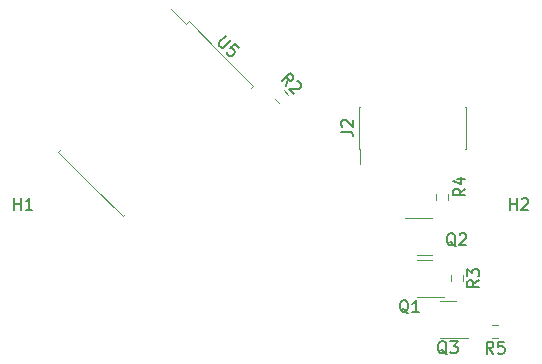
<source format=gbr>
%TF.GenerationSoftware,KiCad,Pcbnew,8.0.5*%
%TF.CreationDate,2025-04-26T14:04:23+02:00*%
%TF.ProjectId,vlvts_top,766c7674-735f-4746-9f70-2e6b69636164,rev?*%
%TF.SameCoordinates,Original*%
%TF.FileFunction,Legend,Top*%
%TF.FilePolarity,Positive*%
%FSLAX46Y46*%
G04 Gerber Fmt 4.6, Leading zero omitted, Abs format (unit mm)*
G04 Created by KiCad (PCBNEW 8.0.5) date 2025-04-26 14:04:23*
%MOMM*%
%LPD*%
G01*
G04 APERTURE LIST*
%ADD10C,0.150000*%
%ADD11C,0.120000*%
G04 APERTURE END LIST*
D10*
X96634819Y-102916666D02*
X96158628Y-103249999D01*
X96634819Y-103488094D02*
X95634819Y-103488094D01*
X95634819Y-103488094D02*
X95634819Y-103107142D01*
X95634819Y-103107142D02*
X95682438Y-103011904D01*
X95682438Y-103011904D02*
X95730057Y-102964285D01*
X95730057Y-102964285D02*
X95825295Y-102916666D01*
X95825295Y-102916666D02*
X95968152Y-102916666D01*
X95968152Y-102916666D02*
X96063390Y-102964285D01*
X96063390Y-102964285D02*
X96111009Y-103011904D01*
X96111009Y-103011904D02*
X96158628Y-103107142D01*
X96158628Y-103107142D02*
X96158628Y-103488094D01*
X95634819Y-102583332D02*
X95634819Y-101964285D01*
X95634819Y-101964285D02*
X96015771Y-102297618D01*
X96015771Y-102297618D02*
X96015771Y-102154761D01*
X96015771Y-102154761D02*
X96063390Y-102059523D01*
X96063390Y-102059523D02*
X96111009Y-102011904D01*
X96111009Y-102011904D02*
X96206247Y-101964285D01*
X96206247Y-101964285D02*
X96444342Y-101964285D01*
X96444342Y-101964285D02*
X96539580Y-102011904D01*
X96539580Y-102011904D02*
X96587200Y-102059523D01*
X96587200Y-102059523D02*
X96634819Y-102154761D01*
X96634819Y-102154761D02*
X96634819Y-102440475D01*
X96634819Y-102440475D02*
X96587200Y-102535713D01*
X96587200Y-102535713D02*
X96539580Y-102583332D01*
X80310544Y-86453754D02*
X80411559Y-85881335D01*
X79906483Y-86049693D02*
X80613590Y-85342587D01*
X80613590Y-85342587D02*
X80882964Y-85611961D01*
X80882964Y-85611961D02*
X80916636Y-85712976D01*
X80916636Y-85712976D02*
X80916636Y-85780319D01*
X80916636Y-85780319D02*
X80882964Y-85881335D01*
X80882964Y-85881335D02*
X80781949Y-85982350D01*
X80781949Y-85982350D02*
X80680933Y-86016022D01*
X80680933Y-86016022D02*
X80613590Y-86016022D01*
X80613590Y-86016022D02*
X80512575Y-85982350D01*
X80512575Y-85982350D02*
X80243201Y-85712976D01*
X81219681Y-86083365D02*
X81287025Y-86083365D01*
X81287025Y-86083365D02*
X81388040Y-86117037D01*
X81388040Y-86117037D02*
X81556399Y-86285396D01*
X81556399Y-86285396D02*
X81590071Y-86386411D01*
X81590071Y-86386411D02*
X81590071Y-86453754D01*
X81590071Y-86453754D02*
X81556399Y-86554770D01*
X81556399Y-86554770D02*
X81489055Y-86622113D01*
X81489055Y-86622113D02*
X81354368Y-86689457D01*
X81354368Y-86689457D02*
X80546246Y-86689457D01*
X80546246Y-86689457D02*
X80983979Y-87127189D01*
X93904761Y-109200057D02*
X93809523Y-109152438D01*
X93809523Y-109152438D02*
X93714285Y-109057200D01*
X93714285Y-109057200D02*
X93571428Y-108914342D01*
X93571428Y-108914342D02*
X93476190Y-108866723D01*
X93476190Y-108866723D02*
X93380952Y-108866723D01*
X93428571Y-109104819D02*
X93333333Y-109057200D01*
X93333333Y-109057200D02*
X93238095Y-108961961D01*
X93238095Y-108961961D02*
X93190476Y-108771485D01*
X93190476Y-108771485D02*
X93190476Y-108438152D01*
X93190476Y-108438152D02*
X93238095Y-108247676D01*
X93238095Y-108247676D02*
X93333333Y-108152438D01*
X93333333Y-108152438D02*
X93428571Y-108104819D01*
X93428571Y-108104819D02*
X93619047Y-108104819D01*
X93619047Y-108104819D02*
X93714285Y-108152438D01*
X93714285Y-108152438D02*
X93809523Y-108247676D01*
X93809523Y-108247676D02*
X93857142Y-108438152D01*
X93857142Y-108438152D02*
X93857142Y-108771485D01*
X93857142Y-108771485D02*
X93809523Y-108961961D01*
X93809523Y-108961961D02*
X93714285Y-109057200D01*
X93714285Y-109057200D02*
X93619047Y-109104819D01*
X93619047Y-109104819D02*
X93428571Y-109104819D01*
X94190476Y-108104819D02*
X94809523Y-108104819D01*
X94809523Y-108104819D02*
X94476190Y-108485771D01*
X94476190Y-108485771D02*
X94619047Y-108485771D01*
X94619047Y-108485771D02*
X94714285Y-108533390D01*
X94714285Y-108533390D02*
X94761904Y-108581009D01*
X94761904Y-108581009D02*
X94809523Y-108676247D01*
X94809523Y-108676247D02*
X94809523Y-108914342D01*
X94809523Y-108914342D02*
X94761904Y-109009580D01*
X94761904Y-109009580D02*
X94714285Y-109057200D01*
X94714285Y-109057200D02*
X94619047Y-109104819D01*
X94619047Y-109104819D02*
X94333333Y-109104819D01*
X94333333Y-109104819D02*
X94238095Y-109057200D01*
X94238095Y-109057200D02*
X94190476Y-109009580D01*
X95454819Y-95166666D02*
X94978628Y-95499999D01*
X95454819Y-95738094D02*
X94454819Y-95738094D01*
X94454819Y-95738094D02*
X94454819Y-95357142D01*
X94454819Y-95357142D02*
X94502438Y-95261904D01*
X94502438Y-95261904D02*
X94550057Y-95214285D01*
X94550057Y-95214285D02*
X94645295Y-95166666D01*
X94645295Y-95166666D02*
X94788152Y-95166666D01*
X94788152Y-95166666D02*
X94883390Y-95214285D01*
X94883390Y-95214285D02*
X94931009Y-95261904D01*
X94931009Y-95261904D02*
X94978628Y-95357142D01*
X94978628Y-95357142D02*
X94978628Y-95738094D01*
X94788152Y-94309523D02*
X95454819Y-94309523D01*
X94407200Y-94547618D02*
X95121485Y-94785713D01*
X95121485Y-94785713D02*
X95121485Y-94166666D01*
X99238095Y-96954819D02*
X99238095Y-95954819D01*
X99238095Y-96431009D02*
X99809523Y-96431009D01*
X99809523Y-96954819D02*
X99809523Y-95954819D01*
X100238095Y-96050057D02*
X100285714Y-96002438D01*
X100285714Y-96002438D02*
X100380952Y-95954819D01*
X100380952Y-95954819D02*
X100619047Y-95954819D01*
X100619047Y-95954819D02*
X100714285Y-96002438D01*
X100714285Y-96002438D02*
X100761904Y-96050057D01*
X100761904Y-96050057D02*
X100809523Y-96145295D01*
X100809523Y-96145295D02*
X100809523Y-96240533D01*
X100809523Y-96240533D02*
X100761904Y-96383390D01*
X100761904Y-96383390D02*
X100190476Y-96954819D01*
X100190476Y-96954819D02*
X100809523Y-96954819D01*
X90654761Y-105700057D02*
X90559523Y-105652438D01*
X90559523Y-105652438D02*
X90464285Y-105557200D01*
X90464285Y-105557200D02*
X90321428Y-105414342D01*
X90321428Y-105414342D02*
X90226190Y-105366723D01*
X90226190Y-105366723D02*
X90130952Y-105366723D01*
X90178571Y-105604819D02*
X90083333Y-105557200D01*
X90083333Y-105557200D02*
X89988095Y-105461961D01*
X89988095Y-105461961D02*
X89940476Y-105271485D01*
X89940476Y-105271485D02*
X89940476Y-104938152D01*
X89940476Y-104938152D02*
X89988095Y-104747676D01*
X89988095Y-104747676D02*
X90083333Y-104652438D01*
X90083333Y-104652438D02*
X90178571Y-104604819D01*
X90178571Y-104604819D02*
X90369047Y-104604819D01*
X90369047Y-104604819D02*
X90464285Y-104652438D01*
X90464285Y-104652438D02*
X90559523Y-104747676D01*
X90559523Y-104747676D02*
X90607142Y-104938152D01*
X90607142Y-104938152D02*
X90607142Y-105271485D01*
X90607142Y-105271485D02*
X90559523Y-105461961D01*
X90559523Y-105461961D02*
X90464285Y-105557200D01*
X90464285Y-105557200D02*
X90369047Y-105604819D01*
X90369047Y-105604819D02*
X90178571Y-105604819D01*
X91559523Y-105604819D02*
X90988095Y-105604819D01*
X91273809Y-105604819D02*
X91273809Y-104604819D01*
X91273809Y-104604819D02*
X91178571Y-104747676D01*
X91178571Y-104747676D02*
X91083333Y-104842914D01*
X91083333Y-104842914D02*
X90988095Y-104890533D01*
X57238095Y-96954819D02*
X57238095Y-95954819D01*
X57238095Y-96431009D02*
X57809523Y-96431009D01*
X57809523Y-96954819D02*
X57809523Y-95954819D01*
X58809523Y-96954819D02*
X58238095Y-96954819D01*
X58523809Y-96954819D02*
X58523809Y-95954819D01*
X58523809Y-95954819D02*
X58428571Y-96097676D01*
X58428571Y-96097676D02*
X58333333Y-96192914D01*
X58333333Y-96192914D02*
X58238095Y-96240533D01*
X97833333Y-109134819D02*
X97500000Y-108658628D01*
X97261905Y-109134819D02*
X97261905Y-108134819D01*
X97261905Y-108134819D02*
X97642857Y-108134819D01*
X97642857Y-108134819D02*
X97738095Y-108182438D01*
X97738095Y-108182438D02*
X97785714Y-108230057D01*
X97785714Y-108230057D02*
X97833333Y-108325295D01*
X97833333Y-108325295D02*
X97833333Y-108468152D01*
X97833333Y-108468152D02*
X97785714Y-108563390D01*
X97785714Y-108563390D02*
X97738095Y-108611009D01*
X97738095Y-108611009D02*
X97642857Y-108658628D01*
X97642857Y-108658628D02*
X97261905Y-108658628D01*
X98738095Y-108134819D02*
X98261905Y-108134819D01*
X98261905Y-108134819D02*
X98214286Y-108611009D01*
X98214286Y-108611009D02*
X98261905Y-108563390D01*
X98261905Y-108563390D02*
X98357143Y-108515771D01*
X98357143Y-108515771D02*
X98595238Y-108515771D01*
X98595238Y-108515771D02*
X98690476Y-108563390D01*
X98690476Y-108563390D02*
X98738095Y-108611009D01*
X98738095Y-108611009D02*
X98785714Y-108706247D01*
X98785714Y-108706247D02*
X98785714Y-108944342D01*
X98785714Y-108944342D02*
X98738095Y-109039580D01*
X98738095Y-109039580D02*
X98690476Y-109087200D01*
X98690476Y-109087200D02*
X98595238Y-109134819D01*
X98595238Y-109134819D02*
X98357143Y-109134819D01*
X98357143Y-109134819D02*
X98261905Y-109087200D01*
X98261905Y-109087200D02*
X98214286Y-109039580D01*
X75213227Y-82209276D02*
X74640807Y-82781696D01*
X74640807Y-82781696D02*
X74607135Y-82882711D01*
X74607135Y-82882711D02*
X74607135Y-82950055D01*
X74607135Y-82950055D02*
X74640807Y-83051070D01*
X74640807Y-83051070D02*
X74775494Y-83185757D01*
X74775494Y-83185757D02*
X74876509Y-83219429D01*
X74876509Y-83219429D02*
X74943853Y-83219429D01*
X74943853Y-83219429D02*
X75044868Y-83185757D01*
X75044868Y-83185757D02*
X75617288Y-82613337D01*
X76290723Y-83286772D02*
X75954005Y-82950055D01*
X75954005Y-82950055D02*
X75583616Y-83253101D01*
X75583616Y-83253101D02*
X75650959Y-83253101D01*
X75650959Y-83253101D02*
X75751975Y-83286772D01*
X75751975Y-83286772D02*
X75920333Y-83455131D01*
X75920333Y-83455131D02*
X75954005Y-83556146D01*
X75954005Y-83556146D02*
X75954005Y-83623490D01*
X75954005Y-83623490D02*
X75920333Y-83724505D01*
X75920333Y-83724505D02*
X75751975Y-83892864D01*
X75751975Y-83892864D02*
X75650959Y-83926536D01*
X75650959Y-83926536D02*
X75583616Y-83926536D01*
X75583616Y-83926536D02*
X75482601Y-83892864D01*
X75482601Y-83892864D02*
X75314242Y-83724505D01*
X75314242Y-83724505D02*
X75280570Y-83623490D01*
X75280570Y-83623490D02*
X75280570Y-83556146D01*
X84949819Y-90333333D02*
X85664104Y-90333333D01*
X85664104Y-90333333D02*
X85806961Y-90380952D01*
X85806961Y-90380952D02*
X85902200Y-90476190D01*
X85902200Y-90476190D02*
X85949819Y-90619047D01*
X85949819Y-90619047D02*
X85949819Y-90714285D01*
X85045057Y-89904761D02*
X84997438Y-89857142D01*
X84997438Y-89857142D02*
X84949819Y-89761904D01*
X84949819Y-89761904D02*
X84949819Y-89523809D01*
X84949819Y-89523809D02*
X84997438Y-89428571D01*
X84997438Y-89428571D02*
X85045057Y-89380952D01*
X85045057Y-89380952D02*
X85140295Y-89333333D01*
X85140295Y-89333333D02*
X85235533Y-89333333D01*
X85235533Y-89333333D02*
X85378390Y-89380952D01*
X85378390Y-89380952D02*
X85949819Y-89952380D01*
X85949819Y-89952380D02*
X85949819Y-89333333D01*
X94654761Y-100050057D02*
X94559523Y-100002438D01*
X94559523Y-100002438D02*
X94464285Y-99907200D01*
X94464285Y-99907200D02*
X94321428Y-99764342D01*
X94321428Y-99764342D02*
X94226190Y-99716723D01*
X94226190Y-99716723D02*
X94130952Y-99716723D01*
X94178571Y-99954819D02*
X94083333Y-99907200D01*
X94083333Y-99907200D02*
X93988095Y-99811961D01*
X93988095Y-99811961D02*
X93940476Y-99621485D01*
X93940476Y-99621485D02*
X93940476Y-99288152D01*
X93940476Y-99288152D02*
X93988095Y-99097676D01*
X93988095Y-99097676D02*
X94083333Y-99002438D01*
X94083333Y-99002438D02*
X94178571Y-98954819D01*
X94178571Y-98954819D02*
X94369047Y-98954819D01*
X94369047Y-98954819D02*
X94464285Y-99002438D01*
X94464285Y-99002438D02*
X94559523Y-99097676D01*
X94559523Y-99097676D02*
X94607142Y-99288152D01*
X94607142Y-99288152D02*
X94607142Y-99621485D01*
X94607142Y-99621485D02*
X94559523Y-99811961D01*
X94559523Y-99811961D02*
X94464285Y-99907200D01*
X94464285Y-99907200D02*
X94369047Y-99954819D01*
X94369047Y-99954819D02*
X94178571Y-99954819D01*
X94988095Y-99050057D02*
X95035714Y-99002438D01*
X95035714Y-99002438D02*
X95130952Y-98954819D01*
X95130952Y-98954819D02*
X95369047Y-98954819D01*
X95369047Y-98954819D02*
X95464285Y-99002438D01*
X95464285Y-99002438D02*
X95511904Y-99050057D01*
X95511904Y-99050057D02*
X95559523Y-99145295D01*
X95559523Y-99145295D02*
X95559523Y-99240533D01*
X95559523Y-99240533D02*
X95511904Y-99383390D01*
X95511904Y-99383390D02*
X94940476Y-99954819D01*
X94940476Y-99954819D02*
X95559523Y-99954819D01*
D11*
%TO.C,R3*%
X95272500Y-102495276D02*
X95272500Y-103004724D01*
X94227500Y-102495276D02*
X94227500Y-103004724D01*
%TO.C,R2*%
X80444815Y-87205889D02*
X80084581Y-86845655D01*
X79705889Y-87944815D02*
X79345655Y-87584581D01*
%TO.C,Q3*%
X94000000Y-107810000D02*
X93350000Y-107810000D01*
X94000000Y-104690000D02*
X94650000Y-104690000D01*
X94000000Y-107810000D02*
X95675000Y-107810000D01*
X94000000Y-104690000D02*
X93350000Y-104690000D01*
%TO.C,R4*%
X92977500Y-95582776D02*
X92977500Y-96092224D01*
X94022500Y-95582776D02*
X94022500Y-96092224D01*
%TO.C,Q1*%
X92000000Y-104310000D02*
X91350000Y-104310000D01*
X92000000Y-101190000D02*
X91350000Y-101190000D01*
X92000000Y-104310000D02*
X93675000Y-104310000D01*
X92000000Y-101190000D02*
X92650000Y-101190000D01*
%TO.C,R5*%
X98254724Y-106727500D02*
X97745276Y-106727500D01*
X98254724Y-107772500D02*
X97745276Y-107772500D01*
%TO.C,U5*%
X74772504Y-83727496D02*
X77501936Y-86456928D01*
X60998064Y-92043072D02*
X61203125Y-91838011D01*
X63727496Y-94772504D02*
X66456928Y-97501936D01*
X63727496Y-94772504D02*
X60998064Y-92043072D01*
X77501936Y-86456928D02*
X77296875Y-86661989D01*
X72043072Y-80998064D02*
X71838011Y-81203125D01*
X66456928Y-97501936D02*
X66661989Y-97296875D01*
X74772504Y-83727496D02*
X72043072Y-80998064D01*
X71838011Y-81203125D02*
X70572290Y-79937404D01*
%TO.C,J2*%
X95440000Y-88235000D02*
X95505000Y-88235000D01*
X95440000Y-91765000D02*
X95505000Y-91765000D01*
X86560000Y-93090000D02*
X86560000Y-91765000D01*
X86495000Y-91765000D02*
X86495000Y-88235000D01*
X86495000Y-91765000D02*
X86560000Y-91765000D01*
X86495000Y-88235000D02*
X86560000Y-88235000D01*
X95505000Y-91765000D02*
X95505000Y-88235000D01*
%TO.C,Q2*%
X92000000Y-97690000D02*
X90325000Y-97690000D01*
X92000000Y-97690000D02*
X92650000Y-97690000D01*
X92000000Y-100810000D02*
X92650000Y-100810000D01*
X92000000Y-100810000D02*
X91350000Y-100810000D01*
%TD*%
M02*

</source>
